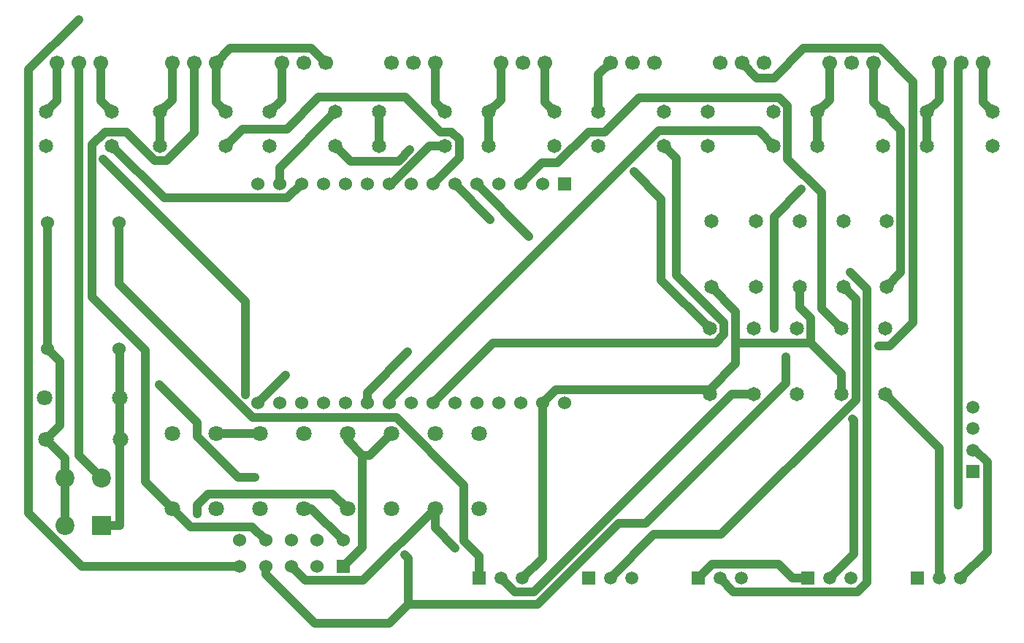
<source format=gbl>
G04 Layer: BottomLayer*
G04 EasyEDA v6.5.39, 2024-09-29 20:51:04*
G04 9dd5da30d42b491596d51ff902fabefb,51e75598fcfa43b1b8b7fc2dab888f2e,10*
G04 Gerber Generator version 0.2*
G04 Scale: 100 percent, Rotated: No, Reflected: No *
G04 Dimensions in millimeters *
G04 leading zeros omitted , absolute positions ,4 integer and 5 decimal *
%FSLAX45Y45*%
%MOMM*%

%ADD10C,1.0000*%
%ADD11C,1.8000*%
%ADD12C,1.5000*%
%ADD13R,1.5000X1.5000*%
%ADD14R,2.2000X2.2000*%
%ADD15C,2.2000*%
%ADD16C,1.7000*%
%ADD17C,1.6510*%
%ADD18C,1.5240*%
%ADD19R,1.5240X1.5240*%
%ADD20R,1.5301X1.5301*%
%ADD21C,1.5301*%
%ADD22C,0.6100*%
%ADD23C,0.0116*%

%LPD*%
D10*
X6045758Y4977053D02*
G01*
X5575300Y4506595D01*
X5575300Y4381500D01*
X10294899Y5245735D02*
G01*
X10294899Y6547332D01*
X10612704Y6865137D01*
X3937000Y7366000D02*
G01*
X4133850Y7562850D01*
X4648200Y7562850D01*
X5014899Y7929549D01*
X6022797Y7929549D01*
X6423609Y7528737D01*
X6553581Y7528737D01*
X6643598Y7438720D01*
X6643598Y7227798D01*
X6337300Y6921500D01*
X6071768Y7319111D02*
G01*
X5940120Y7187463D01*
X5385536Y7187463D01*
X5207000Y7366000D01*
X6874713Y2349500D02*
G01*
X6874713Y2524582D01*
X9414713Y2349500D02*
G01*
X9579152Y2513939D01*
X10345191Y2513939D01*
X10509631Y2349500D01*
X10684713Y2349500D02*
G01*
X10509631Y2349500D01*
X6874713Y2524582D02*
G01*
X6874713Y2607055D01*
X6699631Y2782138D01*
X6699631Y3427348D01*
X5914745Y4212234D01*
X4250588Y4212234D01*
X2701899Y5760923D01*
X2701899Y6477000D01*
X11099800Y5727700D02*
G01*
X11242675Y5584825D01*
X11242675Y4420565D01*
X9679254Y2857144D01*
X8902369Y2857144D01*
X8394725Y2349500D01*
X5829300Y4381500D02*
G01*
X5829300Y4414062D01*
X8953474Y7538237D01*
X10114762Y7538237D01*
X10287000Y7366000D01*
X11174196Y5900902D02*
G01*
X11372900Y5702198D01*
X11372900Y2303373D01*
X11263579Y2194052D01*
X9820173Y2194052D01*
X9664725Y2349500D01*
X2721000Y3962400D02*
G01*
X2708300Y3975100D01*
X2708300Y4445000D01*
X2701899Y5012004D02*
G01*
X2708300Y5005603D01*
X2708300Y4445000D01*
X2706065Y2965195D02*
G01*
X2706065Y3947464D01*
X2721000Y3962400D01*
X2496007Y2965195D02*
G01*
X2706065Y2965195D01*
X5298998Y2489403D02*
G01*
X5521325Y2711729D01*
X5521325Y3775100D01*
X5854700Y4029100D02*
G01*
X5600700Y3775100D01*
X5521325Y3775100D01*
X5521325Y3775100D02*
G01*
X5346700Y3949725D01*
X5346700Y4029100D01*
X4330700Y4029100D02*
G01*
X3822700Y4029100D01*
X4813300Y6921500D02*
G01*
X4651781Y6759981D01*
X3222218Y6759981D01*
X2616200Y7366000D01*
X5715000Y7366000D02*
G01*
X5715000Y7759700D01*
X2235200Y8331200D02*
G01*
X2235200Y3776014D01*
X2496007Y3515207D01*
X10058400Y4483100D02*
G01*
X9802672Y4483100D01*
X7506715Y2187143D01*
X7287082Y2187143D01*
X7124725Y2349500D01*
X10934725Y2349500D02*
G01*
X11219510Y2634284D01*
X11219510Y4177385D01*
X11201552Y4195343D01*
X11582400Y4483100D02*
G01*
X12204725Y3860774D01*
X12204725Y2349500D01*
X3175000Y7366000D02*
G01*
X3175000Y7759700D01*
X3175000Y7759700D02*
G01*
X3314700Y7899400D01*
X3314700Y8331200D01*
X4445000Y7759700D02*
G01*
X4584700Y7899400D01*
X4584700Y8331200D01*
X6985000Y7366000D02*
G01*
X6985000Y7759700D01*
X6985000Y7759700D02*
G01*
X7124700Y7899400D01*
X7124700Y8331200D01*
X8255000Y7759700D02*
G01*
X8255000Y8191500D01*
X8394700Y8331200D01*
X10795000Y7366000D02*
G01*
X10795000Y7759700D01*
X10795000Y7759700D02*
G01*
X10934700Y7899400D01*
X10934700Y8331200D01*
X12065000Y7366000D02*
G01*
X12065000Y7759700D01*
X12065000Y7759700D02*
G01*
X12204700Y7899400D01*
X12204700Y8331200D01*
X1981200Y8331200D02*
G01*
X1981200Y7886700D01*
X1854200Y7759700D01*
X6337300Y4381500D02*
G01*
X7038187Y5082387D01*
X9617836Y5082387D01*
X9713112Y5177662D01*
X9713112Y5312537D01*
X9163075Y5862573D01*
X9163050Y5862573D01*
X9163050Y7219950D01*
X9017000Y7366000D01*
X7607300Y4381500D02*
G01*
X7607300Y2582087D01*
X7374712Y2349500D01*
X4559300Y6921500D02*
G01*
X4559300Y7112000D01*
X5207000Y7759700D01*
X1866900Y6477000D02*
G01*
X1866900Y5012004D01*
X1866900Y5012004D02*
G01*
X2012848Y4866055D01*
X2012848Y4124248D01*
X1850999Y3962400D01*
X9850348Y5082362D02*
G01*
X9850348Y5440451D01*
X9563100Y5727700D01*
X10718876Y5082362D02*
G01*
X10718876Y5363286D01*
X10591800Y5490362D01*
X10591800Y5727700D01*
X11074400Y4483100D02*
G01*
X11074400Y4726838D01*
X10718876Y5082362D01*
X10718876Y5082362D02*
G01*
X9850348Y5082362D01*
X2616200Y7759700D02*
G01*
X2489200Y7886700D01*
X2489200Y8331200D01*
X12827000Y7759700D02*
G01*
X12712700Y7874000D01*
X12712700Y8331200D01*
X11595100Y5727700D02*
G01*
X11763857Y5896457D01*
X11763857Y7552842D01*
X11557000Y7759700D01*
X11557000Y7759700D02*
G01*
X11442700Y7874000D01*
X11442700Y8331200D01*
X7747000Y7759700D02*
G01*
X7632700Y7874000D01*
X7632700Y8331200D01*
X6477000Y7759700D02*
G01*
X6362700Y7874000D01*
X6362700Y8331200D01*
X9550400Y4539335D02*
G01*
X7765135Y4539335D01*
X7607300Y4381500D01*
X9550400Y4483100D02*
G01*
X9550400Y4539335D01*
X9550400Y4539335D02*
G01*
X9850348Y4839284D01*
X9850348Y5082362D01*
X3937000Y7759700D02*
G01*
X3822700Y7874000D01*
X3822700Y8331200D01*
X3822700Y8331200D02*
G01*
X3990086Y8498586D01*
X4925313Y8498586D01*
X5092700Y8331200D01*
X1850999Y3962400D02*
G01*
X2076018Y3737381D01*
X2076018Y3515207D01*
X2076018Y3515207D02*
G01*
X2076018Y2965195D01*
X12598400Y3837431D02*
G01*
X12624104Y3837431D01*
X12765989Y3695547D01*
X12765989Y2660777D01*
X12454712Y2349500D01*
X4399000Y2789402D02*
G01*
X4241647Y2946755D01*
X3527043Y2946755D01*
X3314700Y3159099D01*
X3568700Y8331200D02*
G01*
X3568700Y7513269D01*
X3248939Y7193508D01*
X3117367Y7193508D01*
X2782163Y7528712D01*
X2537231Y7528712D01*
X2387650Y7379131D01*
X2387650Y5612968D01*
X3005454Y4995163D01*
X3005454Y3468344D01*
X3314700Y3159099D01*
X5829300Y6921500D02*
G01*
X5858281Y6921500D01*
X6302781Y7366000D01*
X6477000Y7366000D01*
X9550400Y5245100D02*
G01*
X8986900Y5808598D01*
X8986900Y6748653D01*
X8667445Y7068108D01*
X7353300Y6921500D02*
G01*
X7600975Y7169175D01*
X7782636Y7169175D01*
X8142224Y7528763D01*
X8333841Y7528763D01*
X8731377Y7926298D01*
X10351871Y7926298D01*
X10449737Y7828432D01*
X10449737Y7212203D01*
X10842625Y6819315D01*
X10842625Y5476875D01*
X11074400Y5245100D01*
X4630420Y4706620D02*
G01*
X4305300Y4381500D01*
X6362700Y3159099D02*
G01*
X5528614Y2325014D01*
X4863388Y2325014D01*
X4699000Y2489403D01*
X6362700Y3159099D02*
G01*
X6362700Y2934944D01*
X6594398Y2703245D01*
X6845300Y6921500D02*
G01*
X7454391Y6312407D01*
X6591300Y6921500D02*
G01*
X7002322Y6510477D01*
X4167352Y4479569D02*
G01*
X4168038Y4480255D01*
X4168038Y5560415D01*
X2517825Y7210628D01*
X5298998Y2789402D02*
G01*
X4929301Y3159099D01*
X4838700Y3159099D01*
X4279087Y3517112D02*
G01*
X4083608Y3517112D01*
X3607282Y3993438D01*
X3607282Y4156735D01*
X3607257Y4156735D01*
X3168827Y4595164D01*
X5346700Y3159099D02*
G01*
X5176520Y3329279D01*
X3730091Y3329279D01*
X3603777Y3202965D01*
X3603777Y3101060D01*
X4099001Y2489403D02*
G01*
X2265730Y2489403D01*
X1653336Y3101797D01*
X1653336Y8250885D01*
X2233117Y8830665D01*
X11503075Y5043373D02*
G01*
X11631980Y5043373D01*
X11902262Y5313654D01*
X11902262Y8112912D01*
X11518798Y8496376D01*
X10636224Y8496376D01*
X10293934Y8154085D01*
X10095814Y8154085D01*
X9918700Y8331200D01*
X6054750Y2049932D02*
G01*
X7553629Y2049932D01*
X8491042Y2987344D01*
X8802801Y2987344D01*
X10428198Y4612741D01*
X10428198Y4918989D01*
X6054750Y2049932D02*
G01*
X5831154Y1826336D01*
X4970297Y1826336D01*
X4399000Y2397632D01*
X4399000Y2489403D01*
X6054750Y2049932D02*
G01*
X6054750Y2580157D01*
X6011316Y2623591D01*
X12458700Y8331200D02*
G01*
X12425451Y8297951D01*
X12425451Y3200069D01*
D11*
G01*
X3314700Y3159099D03*
G01*
X3314700Y4029100D03*
G01*
X3822700Y3159099D03*
G01*
X3822700Y4029100D03*
G01*
X4330700Y3159099D03*
G01*
X4330700Y4029100D03*
G01*
X4838700Y3159099D03*
G01*
X4838700Y4029100D03*
G01*
X5346700Y3159099D03*
G01*
X5346700Y4029100D03*
G01*
X5854700Y3159099D03*
G01*
X5854700Y4029100D03*
G01*
X6362700Y3159099D03*
G01*
X6362700Y4029100D03*
G01*
X6870700Y3159099D03*
G01*
X6870700Y4029100D03*
G01*
X1838299Y4445000D03*
G01*
X2708300Y4445000D03*
D12*
G01*
X7374686Y2349500D03*
G01*
X7124700Y2349500D03*
D13*
G01*
X6874687Y2349500D03*
D12*
G01*
X8644712Y2349500D03*
G01*
X8394725Y2349500D03*
D13*
G01*
X8144713Y2349500D03*
D12*
G01*
X9914712Y2349500D03*
G01*
X9664725Y2349500D03*
D13*
G01*
X9414713Y2349500D03*
D12*
G01*
X11184712Y2349500D03*
G01*
X10934725Y2349500D03*
D13*
G01*
X10684713Y2349500D03*
D12*
G01*
X12454712Y2349500D03*
G01*
X12204725Y2349500D03*
D13*
G01*
X11954713Y2349500D03*
G01*
X12598400Y3587394D03*
D12*
G01*
X12598400Y3837431D03*
G01*
X12598400Y4087418D03*
G01*
X12598400Y4337430D03*
D14*
G01*
X2495981Y2965195D03*
D15*
G01*
X2076018Y2965195D03*
G01*
X2496007Y3515207D03*
G01*
X2076018Y3515207D03*
D16*
G01*
X3314700Y8331174D03*
G01*
X3568700Y8331174D03*
G01*
X3822700Y8331174D03*
G01*
X4584700Y8331174D03*
G01*
X4838700Y8331174D03*
G01*
X5092700Y8331174D03*
G01*
X5854700Y8331174D03*
G01*
X6108700Y8331174D03*
G01*
X6362700Y8331174D03*
G01*
X7124700Y8331174D03*
G01*
X7378700Y8331174D03*
G01*
X7632700Y8331174D03*
G01*
X8394700Y8331174D03*
G01*
X8648700Y8331174D03*
G01*
X8902700Y8331174D03*
G01*
X9664700Y8331174D03*
G01*
X9918700Y8331174D03*
G01*
X10172700Y8331174D03*
G01*
X10934700Y8331174D03*
G01*
X11188700Y8331174D03*
G01*
X11442700Y8331174D03*
G01*
X12204700Y8331174D03*
G01*
X12458700Y8331174D03*
G01*
X12712700Y8331174D03*
G01*
X1981200Y8331174D03*
G01*
X2235200Y8331174D03*
G01*
X2489200Y8331174D03*
D17*
G01*
X3175000Y7759700D03*
G01*
X3937000Y7759700D03*
G01*
X4445000Y7759700D03*
G01*
X5207000Y7759700D03*
G01*
X5715000Y7759700D03*
G01*
X6477000Y7759700D03*
G01*
X6985000Y7759700D03*
G01*
X7747000Y7759700D03*
G01*
X8255000Y7759700D03*
G01*
X9017000Y7759700D03*
G01*
X9525000Y7759700D03*
G01*
X10287000Y7759700D03*
G01*
X10795000Y7759700D03*
G01*
X11557000Y7759700D03*
G01*
X12065000Y7759700D03*
G01*
X12827000Y7759700D03*
G01*
X3175000Y7366000D03*
G01*
X3937000Y7366000D03*
G01*
X4445000Y7366000D03*
G01*
X5207000Y7366000D03*
G01*
X5715000Y7366000D03*
G01*
X6477000Y7366000D03*
G01*
X6985000Y7366000D03*
G01*
X7747000Y7366000D03*
G01*
X8255000Y7366000D03*
G01*
X9017000Y7366000D03*
G01*
X9525000Y7366000D03*
G01*
X10287000Y7366000D03*
G01*
X10795000Y7366000D03*
G01*
X11557000Y7366000D03*
G01*
X12065000Y7366000D03*
G01*
X12827000Y7366000D03*
G01*
X1854200Y7366000D03*
G01*
X2616200Y7366000D03*
G01*
X1854200Y7759700D03*
G01*
X2616200Y7759700D03*
G01*
X11582400Y5245100D03*
G01*
X11582400Y4483100D03*
G01*
X10083800Y6489700D03*
G01*
X10083800Y5727700D03*
G01*
X10058400Y5245100D03*
G01*
X10058400Y4483100D03*
G01*
X10553700Y5245100D03*
G01*
X10553700Y4483100D03*
G01*
X11099800Y6489700D03*
G01*
X11099800Y5727700D03*
G01*
X9563100Y5727700D03*
G01*
X9563100Y6489700D03*
G01*
X10591800Y5727700D03*
G01*
X10591800Y6489700D03*
G01*
X9550400Y4483100D03*
G01*
X9550400Y5245100D03*
G01*
X11074400Y4483100D03*
G01*
X11074400Y5245100D03*
G01*
X11595100Y5727700D03*
G01*
X11595100Y6489700D03*
D18*
G01*
X1866900Y5012004D03*
G01*
X2701899Y5012004D03*
G01*
X2701899Y6477000D03*
G01*
X1866900Y6477000D03*
D19*
G01*
X7861325Y6921500D03*
D18*
G01*
X7607300Y6921500D03*
G01*
X7353300Y6921500D03*
G01*
X7099300Y6921500D03*
G01*
X6845300Y6921500D03*
G01*
X6591300Y6921500D03*
G01*
X6337300Y6921500D03*
G01*
X6083300Y6921500D03*
G01*
X5829300Y6921500D03*
G01*
X5575300Y6921500D03*
G01*
X5321300Y6921500D03*
G01*
X5067300Y6921500D03*
G01*
X4813300Y6921500D03*
G01*
X4559300Y6921500D03*
G01*
X4305300Y6921500D03*
G01*
X4305300Y4381500D03*
G01*
X4559300Y4381500D03*
G01*
X4813300Y4381500D03*
G01*
X5067300Y4381500D03*
G01*
X5321300Y4381500D03*
G01*
X5575300Y4381500D03*
G01*
X5829300Y4381500D03*
G01*
X6083300Y4381500D03*
G01*
X6337300Y4381500D03*
G01*
X6591300Y4381500D03*
G01*
X6845300Y4381500D03*
G01*
X7099300Y4381500D03*
G01*
X7353300Y4381500D03*
G01*
X7607300Y4381500D03*
G01*
X7861300Y4381500D03*
D20*
G01*
X5298998Y2489403D03*
D21*
G01*
X4998999Y2489403D03*
G01*
X4699000Y2489403D03*
G01*
X4399000Y2489403D03*
G01*
X4099001Y2489403D03*
G01*
X5298998Y2789402D03*
G01*
X4998999Y2789402D03*
G01*
X4699000Y2789402D03*
G01*
X4399000Y2789402D03*
G01*
X4099001Y2789402D03*
D11*
G01*
X1850999Y3962400D03*
G01*
X2721000Y3962400D03*
D22*
G01*
X12425451Y3200069D03*
G01*
X11503075Y5043373D03*
G01*
X10428198Y4918989D03*
G01*
X6011316Y2623591D03*
G01*
X2233117Y8830665D03*
G01*
X3603777Y3101060D03*
G01*
X3168827Y4595164D03*
G01*
X4279087Y3517112D03*
G01*
X2517825Y7210628D03*
G01*
X4167352Y4479569D03*
G01*
X7002322Y6510477D03*
G01*
X7454391Y6312407D03*
G01*
X6594398Y2703245D03*
G01*
X4630420Y4706620D03*
G01*
X8667445Y7068108D03*
G01*
X11201552Y4195343D03*
G01*
X11174196Y5900902D03*
G01*
X6071768Y7319111D03*
G01*
X6045758Y4977053D03*
G01*
X10294899Y5245735D03*
G01*
X10612704Y6865137D03*
M02*

</source>
